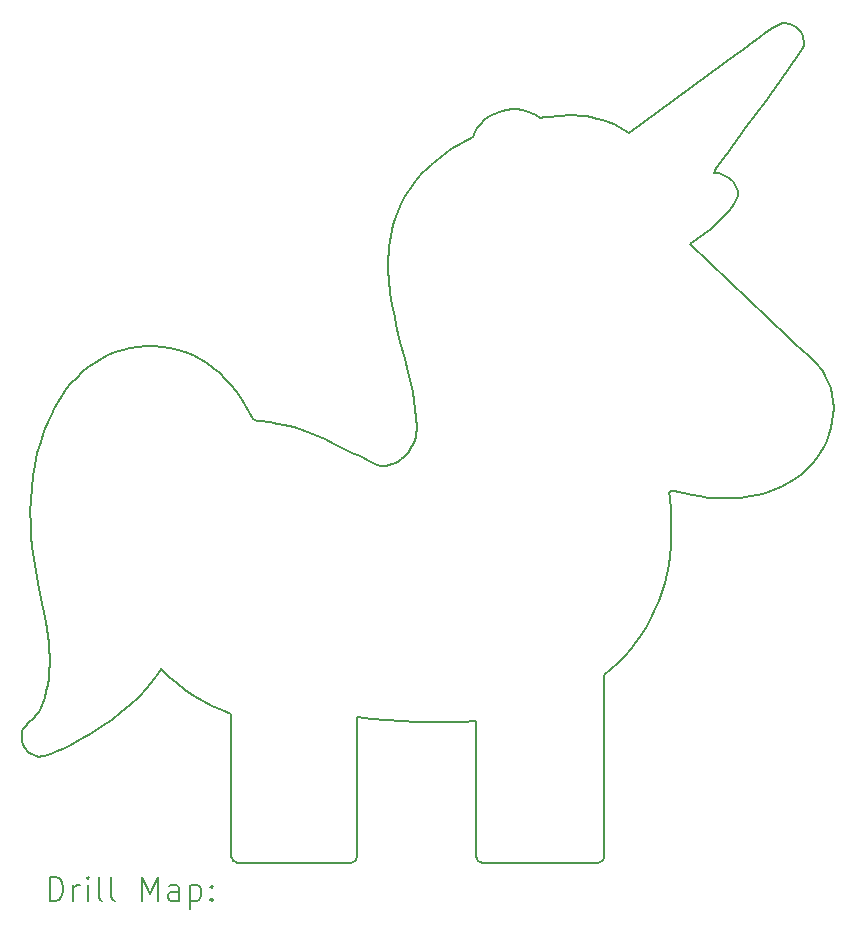
<source format=gbr>
%TF.GenerationSoftware,KiCad,Pcbnew,7.0.2.1-36-g582732918d-dirty-deb11*%
%TF.CreationDate,2024-01-19T22:58:33+00:00*%
%TF.ProjectId,unicorn_simple,756e6963-6f72-46e5-9f73-696d706c652e,rev?*%
%TF.SameCoordinates,Original*%
%TF.FileFunction,Drillmap*%
%TF.FilePolarity,Positive*%
%FSLAX45Y45*%
G04 Gerber Fmt 4.5, Leading zero omitted, Abs format (unit mm)*
G04 Created by KiCad (PCBNEW 7.0.2.1-36-g582732918d-dirty-deb11) date 2024-01-19 22:58:33*
%MOMM*%
%LPD*%
G01*
G04 APERTURE LIST*
%ADD10C,0.200000*%
G04 APERTURE END LIST*
D10*
X19724778Y-11620392D02*
G75*
G03*
X19774778Y-11670392I50002J2D01*
G01*
X20758914Y-11670394D02*
G75*
G03*
X20808914Y-11620392I-4J50004D01*
G01*
X22174352Y-8538625D02*
X22239758Y-8516422D01*
X22175106Y-5221161D02*
X22337419Y-4997113D01*
X16866930Y-10264464D02*
X16934502Y-10191719D01*
X22381705Y-4570536D02*
X22363209Y-4565844D01*
X15876403Y-10625861D02*
X15880997Y-10648042D01*
X18523764Y-8124750D02*
X18440683Y-8084927D01*
X17701564Y-11670392D02*
X18665411Y-11670392D01*
X21817877Y-6206892D02*
X21842311Y-6180084D01*
X16110698Y-10044806D02*
X16105613Y-10103661D01*
X19220505Y-7979062D02*
X19220395Y-8008047D01*
X16216610Y-7716059D02*
X16182389Y-7772267D01*
X17648184Y-7624370D02*
X17601328Y-7573598D01*
X19151194Y-8195647D02*
X19132764Y-8217773D01*
X22218517Y-4610798D02*
X22170174Y-4642532D01*
X21372458Y-8993483D02*
X21376549Y-8894816D01*
X21937030Y-4817602D02*
X21017416Y-5491987D01*
X20149580Y-5307195D02*
X20108575Y-5297096D01*
X15965973Y-9001784D02*
X15978633Y-9101677D01*
X22123667Y-4677628D02*
X22032383Y-4751100D01*
X17257683Y-10207283D02*
X17331281Y-10257180D01*
X22691641Y-8098937D02*
X22712302Y-8045289D01*
X21741391Y-5828586D02*
X21745186Y-5811611D01*
X22750408Y-7821278D02*
X22747706Y-7764983D01*
X19426830Y-5692797D02*
X19385245Y-5725577D01*
X18979716Y-6648636D02*
X18985206Y-6742600D01*
X16992427Y-7296934D02*
X16925992Y-7297022D01*
X22492906Y-4768872D02*
X22497150Y-4749815D01*
X18985633Y-6458400D02*
X18981772Y-6505978D01*
X16795530Y-7313548D02*
X16732005Y-7329506D01*
X19215649Y-7906055D02*
X19220505Y-7979062D01*
X19018030Y-6978784D02*
X19032456Y-7050316D01*
X21938550Y-6026894D02*
X21939644Y-6006266D01*
X16795147Y-10333108D02*
X16866930Y-10264464D01*
X20700195Y-5359733D02*
X20651359Y-5351987D01*
X18991244Y-6410975D02*
X18985633Y-6458400D01*
X18721197Y-8221930D02*
X18687849Y-8207700D01*
X20932880Y-5439184D02*
X20888441Y-5417503D01*
X20808914Y-11620392D02*
X20808488Y-10082530D01*
X17026934Y-10074753D02*
X17055131Y-10033617D01*
X17331281Y-10257180D02*
X17407647Y-10302702D01*
X19712834Y-5484897D02*
X19695936Y-5524884D01*
X16097355Y-10162155D02*
X16085654Y-10220200D01*
X16129063Y-7875823D02*
X16107414Y-7921444D01*
X15949516Y-8700205D02*
X15951165Y-8800819D01*
X16719623Y-10397770D02*
X16795147Y-10333108D01*
X18050149Y-7953753D02*
X18004397Y-7946808D01*
X22479573Y-8379605D02*
X22532533Y-8332552D01*
X22706789Y-7601926D02*
X22681469Y-7550892D01*
X18995170Y-6834650D02*
X19005484Y-6906914D01*
X17651564Y-10410655D02*
X17651564Y-11620392D01*
X22039142Y-8569830D02*
X22107370Y-8556377D01*
X21865258Y-6152128D02*
X21886542Y-6122925D01*
X18356574Y-8047695D02*
X18271163Y-8014150D01*
X19598866Y-10477417D02*
X19724778Y-10471325D01*
X20796084Y-5383044D02*
X20748495Y-5370049D01*
X17062230Y-7300653D02*
X16992427Y-7296934D01*
X16070238Y-10277731D02*
X16050837Y-10334672D01*
X17324478Y-7374350D02*
X17261806Y-7347783D01*
X16182389Y-7772267D02*
X16152283Y-7830739D01*
X22649958Y-7502209D02*
X22598027Y-7441998D01*
X17187005Y-10153241D02*
X17257683Y-10207283D01*
X21168113Y-9666631D02*
X21206427Y-9597703D01*
X16551103Y-7405423D02*
X16494841Y-7439286D01*
X21620564Y-8570103D02*
X21689875Y-8578788D01*
X17869374Y-7928083D02*
X17848964Y-7922559D01*
X21867686Y-5877291D02*
X21851509Y-5866298D01*
X21531172Y-6432992D02*
X21650030Y-6349036D01*
X19132764Y-8217773D02*
X19112519Y-8238095D01*
X21358447Y-8541578D02*
X21360777Y-8532905D01*
X19008208Y-6317044D02*
X18998736Y-6363823D01*
X19306222Y-5795642D02*
X19269089Y-5832994D01*
X15876172Y-10580777D02*
X15874731Y-10603319D01*
X20066608Y-5292070D02*
X20024214Y-5291956D01*
X21882714Y-5889519D02*
X21867686Y-5877291D01*
X20503277Y-5343090D02*
X20453949Y-5344545D01*
X15978344Y-10442800D02*
X15932238Y-10489219D01*
X16296436Y-7611344D02*
X16254706Y-7662334D01*
X22324567Y-4564222D02*
X22296589Y-4573222D01*
X20808488Y-10082530D02*
X20868819Y-10031463D01*
X22431973Y-4597709D02*
X22416256Y-4586670D01*
X15940954Y-10740923D02*
X15958984Y-10753381D01*
X21322255Y-9305016D02*
X21341253Y-9228475D01*
X22494131Y-4692806D02*
X22488422Y-4674531D01*
X22170174Y-4642532D02*
X22123667Y-4677628D01*
X18184166Y-7985417D02*
X18140000Y-7973200D01*
X22497598Y-4711580D02*
X22494131Y-4692806D01*
X20981005Y-9920294D02*
X21032619Y-9860531D01*
X21779300Y-5835498D02*
X21741391Y-5828586D01*
X21927525Y-5949970D02*
X21919005Y-5933203D01*
X21905967Y-6092387D02*
X21923369Y-6060406D01*
X18841827Y-10450216D02*
X18968177Y-10462138D01*
X18687849Y-8207700D02*
X18523764Y-8124750D01*
X21765245Y-6257456D02*
X21817877Y-6206892D01*
X21689875Y-8578788D02*
X21759777Y-8584202D01*
X21939644Y-6006266D02*
X21938036Y-5986534D01*
X20975919Y-5463976D02*
X20932880Y-5439184D01*
X16226768Y-10704939D02*
X16277212Y-10679105D01*
X20356397Y-5353436D02*
X20308491Y-5360656D01*
X21361061Y-8567577D02*
X21358458Y-8553041D01*
X21847003Y-5666809D02*
X22010213Y-5443549D01*
X17913922Y-7933978D02*
X17869374Y-7928083D01*
X17407647Y-10302702D02*
X17486594Y-10343608D01*
X20226536Y-5343274D02*
X20189075Y-5322534D01*
X19207839Y-7833539D02*
X19215649Y-7906055D01*
X17443052Y-7441791D02*
X17384952Y-7405806D01*
X19083173Y-7263575D02*
X19119497Y-7405259D01*
X16035929Y-8108639D02*
X16008813Y-8204659D01*
X16934502Y-10191719D02*
X16997392Y-10114806D01*
X16058345Y-9512008D02*
X16080189Y-9629411D01*
X16112881Y-9985678D02*
X16110698Y-10044806D01*
X21435239Y-8530072D02*
X21484939Y-8543623D01*
X21379447Y-8520808D02*
X21388777Y-8520469D01*
X21886542Y-6122925D02*
X21905967Y-6092387D01*
X18979574Y-6553622D02*
X18979716Y-6648636D01*
X19761025Y-5414905D02*
X19734709Y-5448183D01*
X22739689Y-7709387D02*
X22726116Y-7654897D01*
X22427336Y-7275814D02*
X22309123Y-7169217D01*
X15999522Y-10769295D02*
X16021645Y-10772030D01*
X20552725Y-5343774D02*
X20503277Y-5343090D01*
X21919005Y-5933203D02*
X21908559Y-5917519D01*
X19472877Y-10480403D02*
X19598866Y-10477417D01*
X16640841Y-10458528D02*
X16719623Y-10397770D01*
X16376433Y-10623695D02*
X16475357Y-10568734D01*
X15994464Y-9200891D02*
X16013215Y-9299175D01*
X22638506Y-8200536D02*
X22666977Y-8150825D01*
X21933934Y-5967755D02*
X21927525Y-5949970D01*
X20842788Y-5398826D02*
X20796084Y-5383044D01*
X15932238Y-10489219D02*
X15909875Y-10512680D01*
X19184805Y-7689744D02*
X19197427Y-7761461D01*
X21900127Y-8584573D02*
X21969952Y-8579181D01*
X19791245Y-5385229D02*
X19761025Y-5414905D01*
X18958497Y-8310698D02*
X18922217Y-8308019D01*
X16925992Y-7297022D02*
X16860280Y-7302644D01*
X18095331Y-7962591D02*
X18050149Y-7953753D01*
X21816531Y-5848175D02*
X21779300Y-5835498D01*
X16609546Y-7375684D02*
X16551103Y-7405423D01*
X19513400Y-5631517D02*
X19469595Y-5661461D01*
X15952037Y-8599788D02*
X15949516Y-8700205D01*
X18887206Y-8299903D02*
X18853169Y-8287598D01*
X22446433Y-4610459D02*
X22431973Y-4597709D01*
X19212323Y-8065414D02*
X19204580Y-8093381D01*
X19182147Y-8146855D02*
X19167688Y-8171945D01*
X17601328Y-7573598D02*
X17551409Y-7526031D01*
X19233728Y-5871975D02*
X19200314Y-5912597D01*
X17567958Y-10379669D02*
X17651564Y-10410655D01*
X22747706Y-7764983D02*
X22739689Y-7709387D01*
X21366475Y-9072528D02*
X21372458Y-8993483D01*
X21366475Y-8585459D02*
X21361061Y-8567577D01*
X18985206Y-6742600D02*
X18995170Y-6834650D01*
X22324567Y-4564222D02*
X22324567Y-4564222D01*
X21376549Y-8894816D02*
X21376570Y-8791522D01*
X19385245Y-5725577D02*
X19344984Y-5759844D01*
X22399445Y-4577545D02*
X22381705Y-4570536D01*
X16105613Y-10103661D02*
X16097355Y-10162155D01*
X21818161Y-5708087D02*
X21833977Y-5686967D01*
X18819820Y-8272395D02*
X18754119Y-8238292D01*
X18140000Y-7973200D02*
X18095331Y-7962591D01*
X21032619Y-9860531D02*
X21081094Y-9798220D01*
X22726116Y-7654897D02*
X22706789Y-7601926D01*
X21745186Y-5811611D02*
X21754406Y-5792766D01*
X16112431Y-9926342D02*
X16112881Y-9985678D01*
X16341557Y-7563306D02*
X16296436Y-7611344D01*
X21388777Y-8520469D02*
X21410652Y-8523652D01*
X19048359Y-7121584D02*
X19083173Y-7263575D01*
X20108575Y-5297096D02*
X20066608Y-5292070D01*
X15951165Y-8800819D02*
X15956734Y-8901422D01*
X20602141Y-5346703D02*
X20552725Y-5343774D01*
X18987525Y-8305514D02*
X18958497Y-8310698D01*
X21341253Y-9228475D02*
X21356030Y-9150917D01*
X17498592Y-7481975D02*
X17443052Y-7441791D01*
X15909875Y-10512680D02*
X15889175Y-10537125D01*
X16000285Y-10418606D02*
X15978344Y-10442800D01*
X19049563Y-6180030D02*
X19033517Y-6225037D01*
X21783653Y-5751334D02*
X21818161Y-5708087D01*
X22194881Y-7058639D02*
X21862545Y-6746341D01*
X19197427Y-7761461D02*
X19207839Y-7833539D01*
X21650030Y-6349036D02*
X21708808Y-6304586D01*
X19469595Y-5661461D02*
X19426830Y-5692797D01*
X21923369Y-6060406D02*
X21938550Y-6026894D01*
X19940324Y-5305805D02*
X19899899Y-5319441D01*
X18440683Y-8084927D02*
X18356574Y-8047695D01*
X16109622Y-9866886D02*
X16112431Y-9926342D01*
X20926372Y-9977322D02*
X20981005Y-9920294D01*
X16085654Y-10220200D02*
X16070238Y-10277731D01*
X17732009Y-7734128D02*
X17691803Y-7677986D01*
X20453949Y-5344545D02*
X20404938Y-5348029D01*
X22666506Y-7526228D02*
X22649958Y-7502209D01*
X22459470Y-4624718D02*
X22446433Y-4610459D01*
X19005484Y-6906914D02*
X19018030Y-6978784D01*
X15910351Y-10708811D02*
X15924679Y-10725950D01*
X16441000Y-7477053D02*
X16389825Y-7518462D01*
X16475357Y-10568734D02*
X16559260Y-10515491D01*
X21851509Y-5866298D02*
X21816531Y-5848175D01*
X21896397Y-5902939D02*
X21882714Y-5889519D01*
X21985691Y-4786073D02*
X21937030Y-4817602D01*
X22416256Y-4586670D02*
X22399445Y-4577545D01*
X22571066Y-8291809D02*
X22606470Y-8247676D01*
X22269672Y-4584127D02*
X22243684Y-4596723D01*
X19112519Y-8238095D02*
X19090545Y-8256416D01*
X19774778Y-11670392D02*
X20758914Y-11670392D01*
X19724778Y-10471325D02*
X19724778Y-11620392D01*
X18271163Y-8014150D02*
X18184166Y-7985417D01*
X17130502Y-7310595D02*
X17062230Y-7300653D01*
X16037433Y-10365155D02*
X16020282Y-10392936D01*
X21767684Y-5772520D02*
X21783653Y-5751334D01*
X22416289Y-4883676D02*
X22492906Y-4768872D01*
X19603503Y-5575660D02*
X19513400Y-5631517D01*
X17551409Y-7526031D02*
X17498592Y-7481975D01*
X21754406Y-5792766D02*
X21767684Y-5772520D01*
X19090545Y-8256416D02*
X19066964Y-8272526D01*
X22747991Y-7877869D02*
X22750408Y-7821278D01*
X22337419Y-4997113D02*
X22416289Y-4883676D01*
X16494841Y-7439286D02*
X16441000Y-7477053D01*
X18853169Y-8287598D02*
X18819820Y-8272395D01*
X19139884Y-5998992D02*
X19113175Y-6044842D01*
X16008813Y-8204659D02*
X15987116Y-8302014D01*
X21938036Y-5986534D02*
X21933934Y-5967755D01*
X21862545Y-6746341D02*
X21531172Y-6432992D01*
X16389825Y-7518462D02*
X16341557Y-7563306D01*
X16098003Y-9747919D02*
X16104722Y-9807386D01*
X19041863Y-8286220D02*
X19015350Y-8297289D01*
X19019769Y-6270745D02*
X19008208Y-6317044D01*
X22712302Y-8045289D02*
X22728719Y-7990284D01*
X22344102Y-4563672D02*
X22324567Y-4564222D01*
X21484939Y-8543623D02*
X21552150Y-8558323D01*
X19220669Y-10477231D02*
X19346811Y-10480327D01*
X16997392Y-10114806D02*
X17026934Y-10074753D01*
X20404938Y-5348029D02*
X20356397Y-5353436D01*
X15987116Y-8302014D02*
X15970587Y-8400473D01*
X19269089Y-5832994D02*
X19233728Y-5871975D01*
X19899899Y-5319441D02*
X19861224Y-5337333D01*
X21708808Y-6304586D02*
X21765245Y-6257456D01*
X19094450Y-10471150D02*
X19220669Y-10477231D01*
X20261394Y-5369581D02*
X20226536Y-5343274D01*
X18968177Y-10462138D02*
X19094450Y-10471150D01*
X19695936Y-5524884D02*
X19603503Y-5575660D01*
X17651558Y-11620392D02*
G75*
G03*
X17701564Y-11670392I50002J2D01*
G01*
X16559260Y-10515491D02*
X16640841Y-10458528D01*
X20748495Y-5370049D02*
X20700195Y-5359733D01*
X15880997Y-10648042D02*
X15888315Y-10669502D01*
X17960231Y-7938145D02*
X17913922Y-7933978D01*
X22470922Y-4640285D02*
X22459470Y-4624718D01*
X18922217Y-8308019D02*
X18887206Y-8299903D01*
X21908559Y-5917519D02*
X21896397Y-5902939D01*
X19217639Y-8036900D02*
X19212323Y-8065414D01*
X18665411Y-11670391D02*
G75*
G03*
X18715411Y-11620392I-1J50001D01*
G01*
X18715411Y-10435439D02*
X18841827Y-10450216D01*
X19167688Y-8171945D02*
X19151194Y-8195647D01*
X16020282Y-10392936D02*
X16000285Y-10418606D01*
X16277212Y-10679105D02*
X16376433Y-10623695D01*
X16175380Y-10728455D02*
X16226768Y-10704939D01*
X21356030Y-9150917D02*
X21366475Y-9072528D01*
X17982817Y-7941525D02*
X17960231Y-7938145D01*
X19344984Y-5759844D02*
X19306222Y-5795642D01*
X16152283Y-7830739D02*
X16129063Y-7875823D01*
X19113175Y-6044842D02*
X19088992Y-6092508D01*
X22010213Y-5443549D02*
X22175106Y-5221161D01*
X15874731Y-10603319D02*
X15876403Y-10625861D01*
X17119433Y-10095272D02*
X17187005Y-10153241D01*
X15958984Y-10753381D02*
X15978572Y-10762952D01*
X22532533Y-8332552D02*
X22571066Y-8291809D01*
X16669923Y-7350298D02*
X16609546Y-7375684D01*
X22363209Y-4565844D02*
X22344102Y-4563672D01*
X21126299Y-9733536D02*
X21168113Y-9666631D01*
X20024214Y-5291956D02*
X19981941Y-5296589D01*
X19200314Y-5912597D02*
X19168978Y-5954925D01*
X22107370Y-8556377D02*
X22174352Y-8538625D01*
X17830458Y-7914269D02*
X17801506Y-7852603D01*
X16034638Y-9396333D02*
X16058345Y-9512008D01*
X21365206Y-8526747D02*
X21371517Y-8522809D01*
X15889175Y-10537125D02*
X15880922Y-10558595D01*
X20651359Y-5351987D02*
X20602141Y-5346703D01*
X15958977Y-8499808D02*
X15952037Y-8599788D01*
X21373027Y-8687200D02*
X21366475Y-8585459D01*
X21358458Y-8553041D02*
X21358447Y-8541578D01*
X18715411Y-11620392D02*
X18715411Y-10435439D01*
X22606470Y-8247676D02*
X22638506Y-8200536D01*
X17055131Y-10033617D02*
X17119433Y-10095272D01*
X15978572Y-10762952D02*
X15999522Y-10769295D01*
X17197089Y-7326411D02*
X17130502Y-7310595D01*
X15888315Y-10669502D02*
X15898165Y-10689878D01*
X22480623Y-4656957D02*
X22470922Y-4640285D01*
X22740695Y-7934339D02*
X22747991Y-7877869D01*
X21299155Y-9380386D02*
X21322255Y-9305016D01*
X20308491Y-5360656D02*
X20261394Y-5369581D01*
X22239758Y-8516422D02*
X22303294Y-8489592D01*
X22498659Y-4730650D02*
X22497598Y-4711580D01*
X19032456Y-7050316D02*
X19048359Y-7121584D01*
X22309123Y-7169217D02*
X22251111Y-7114814D01*
X21241120Y-9526894D02*
X21272063Y-9454400D01*
X18004397Y-7946808D02*
X17982817Y-7941525D01*
X19824824Y-5359317D02*
X19791245Y-5385229D01*
X17691803Y-7677986D02*
X17648184Y-7624370D01*
X18981772Y-6505978D02*
X18979574Y-6553622D01*
X22243684Y-4596723D02*
X22218517Y-4610798D01*
X15956734Y-8901422D02*
X15965973Y-9001784D01*
X16021645Y-10772030D02*
X16044741Y-10770805D01*
X19346811Y-10480327D02*
X19472877Y-10480403D01*
X17801506Y-7852603D02*
X17768639Y-7792447D01*
X19194484Y-8120605D02*
X19182147Y-8146855D01*
X19981941Y-5296589D02*
X19940324Y-5305805D01*
X16122761Y-10748842D02*
X16175380Y-10728455D01*
X21842311Y-6180084D02*
X21865258Y-6152128D01*
X19220395Y-8008047D02*
X19217639Y-8036900D01*
X16050837Y-10334672D02*
X16037433Y-10365155D01*
X22598027Y-7441998D02*
X22543077Y-7384719D01*
X17768639Y-7792447D02*
X17732009Y-7734128D01*
X22666977Y-8150825D02*
X22691641Y-8098937D01*
X16107414Y-7921444D02*
X16068713Y-8014150D01*
X18754119Y-8238292D02*
X18721197Y-8221930D01*
X21206427Y-9597703D02*
X21241120Y-9526894D01*
X17486594Y-10343608D02*
X17567958Y-10379669D01*
X22485917Y-7329583D02*
X22427336Y-7275814D01*
X18998736Y-6363823D02*
X18991244Y-6410975D01*
X22032383Y-4751100D02*
X21985691Y-4786073D01*
X22543077Y-7384719D02*
X22485917Y-7329583D01*
X19066964Y-8272526D02*
X19041863Y-8286220D01*
X16013215Y-9299175D02*
X16034638Y-9396333D01*
X21376570Y-8791522D02*
X21373027Y-8687200D01*
X15978633Y-9101677D02*
X15994464Y-9200891D01*
X16080189Y-9629411D02*
X16098003Y-9747919D01*
X20888441Y-5417503D02*
X20842788Y-5398826D01*
X21272063Y-9454400D02*
X21299155Y-9380386D01*
X15924679Y-10725950D02*
X15940954Y-10740923D01*
X19154366Y-7547152D02*
X19184805Y-7689744D01*
X22423508Y-8421353D02*
X22479573Y-8379605D01*
X16068713Y-8014150D02*
X16035929Y-8108639D01*
X21552150Y-8558323D02*
X21620564Y-8570103D01*
X21360777Y-8532905D02*
X21365206Y-8526747D01*
X19015350Y-8297289D02*
X18987525Y-8305514D01*
X16104722Y-9807386D02*
X16109622Y-9866886D01*
X21017416Y-5491987D02*
X20975919Y-5463976D01*
X20868819Y-10031463D02*
X20926372Y-9977322D01*
X16732005Y-7329506D02*
X16669923Y-7350298D01*
X22681469Y-7550892D02*
X22666506Y-7526228D01*
X16254706Y-7662334D02*
X16216610Y-7716059D01*
X21371517Y-8522809D02*
X21379447Y-8520808D01*
X19119497Y-7405259D02*
X19154366Y-7547152D01*
X22728719Y-7990284D02*
X22740695Y-7934339D01*
X15970587Y-8400473D02*
X15958977Y-8499808D01*
X19204580Y-8093381D02*
X19194484Y-8120605D01*
X22364653Y-8457961D02*
X22423508Y-8421353D01*
X21410652Y-8523652D02*
X21435239Y-8530072D01*
X21833977Y-5686967D02*
X21847003Y-5666809D01*
X16860280Y-7302644D02*
X16795530Y-7313548D01*
X22296589Y-4573222D02*
X22269672Y-4584127D01*
X20189075Y-5322534D02*
X20149580Y-5307195D01*
X21969952Y-8579181D02*
X22039142Y-8569830D01*
X19068025Y-6135809D02*
X19049563Y-6180030D01*
X19088992Y-6092508D02*
X19068025Y-6135809D01*
X22488422Y-4674531D02*
X22480623Y-4656957D01*
X22497150Y-4749815D02*
X22498659Y-4730650D01*
X19734709Y-5448183D02*
X19712834Y-5484897D01*
X21829963Y-8586192D02*
X21900127Y-8584573D01*
X19033517Y-6225037D02*
X19019769Y-6270745D01*
X22251111Y-7114814D02*
X22194881Y-7058639D01*
X16044741Y-10770805D02*
X16068619Y-10765270D01*
X22303294Y-8489592D02*
X22364653Y-8457961D01*
X19168978Y-5954925D02*
X19139884Y-5998992D01*
X15880922Y-10558595D02*
X15876172Y-10580777D01*
X15898165Y-10689878D02*
X15910351Y-10708811D01*
X16068619Y-10765270D02*
X16122761Y-10748842D01*
X21081094Y-9798220D02*
X21126299Y-9733536D01*
X19861224Y-5337333D02*
X19824824Y-5359317D01*
X17848964Y-7922559D02*
X17830458Y-7914269D01*
X17261806Y-7347783D02*
X17197089Y-7326411D01*
X17384952Y-7405806D02*
X17324478Y-7374350D01*
X21759777Y-8584202D02*
X21829963Y-8586192D01*
X16112350Y-11992916D02*
X16112350Y-11792916D01*
X16112350Y-11792916D02*
X16159969Y-11792916D01*
X16159969Y-11792916D02*
X16188541Y-11802440D01*
X16188541Y-11802440D02*
X16207588Y-11821487D01*
X16207588Y-11821487D02*
X16217112Y-11840535D01*
X16217112Y-11840535D02*
X16226636Y-11878630D01*
X16226636Y-11878630D02*
X16226636Y-11907202D01*
X16226636Y-11907202D02*
X16217112Y-11945297D01*
X16217112Y-11945297D02*
X16207588Y-11964344D01*
X16207588Y-11964344D02*
X16188541Y-11983392D01*
X16188541Y-11983392D02*
X16159969Y-11992916D01*
X16159969Y-11992916D02*
X16112350Y-11992916D01*
X16312350Y-11992916D02*
X16312350Y-11859583D01*
X16312350Y-11897678D02*
X16321874Y-11878630D01*
X16321874Y-11878630D02*
X16331398Y-11869106D01*
X16331398Y-11869106D02*
X16350445Y-11859583D01*
X16350445Y-11859583D02*
X16369493Y-11859583D01*
X16436160Y-11992916D02*
X16436160Y-11859583D01*
X16436160Y-11792916D02*
X16426636Y-11802440D01*
X16426636Y-11802440D02*
X16436160Y-11811964D01*
X16436160Y-11811964D02*
X16445683Y-11802440D01*
X16445683Y-11802440D02*
X16436160Y-11792916D01*
X16436160Y-11792916D02*
X16436160Y-11811964D01*
X16559969Y-11992916D02*
X16540921Y-11983392D01*
X16540921Y-11983392D02*
X16531398Y-11964344D01*
X16531398Y-11964344D02*
X16531398Y-11792916D01*
X16664731Y-11992916D02*
X16645683Y-11983392D01*
X16645683Y-11983392D02*
X16636160Y-11964344D01*
X16636160Y-11964344D02*
X16636160Y-11792916D01*
X16893303Y-11992916D02*
X16893303Y-11792916D01*
X16893303Y-11792916D02*
X16959969Y-11935773D01*
X16959969Y-11935773D02*
X17026636Y-11792916D01*
X17026636Y-11792916D02*
X17026636Y-11992916D01*
X17207588Y-11992916D02*
X17207588Y-11888154D01*
X17207588Y-11888154D02*
X17198064Y-11869106D01*
X17198064Y-11869106D02*
X17179017Y-11859583D01*
X17179017Y-11859583D02*
X17140922Y-11859583D01*
X17140922Y-11859583D02*
X17121874Y-11869106D01*
X17207588Y-11983392D02*
X17188541Y-11992916D01*
X17188541Y-11992916D02*
X17140922Y-11992916D01*
X17140922Y-11992916D02*
X17121874Y-11983392D01*
X17121874Y-11983392D02*
X17112350Y-11964344D01*
X17112350Y-11964344D02*
X17112350Y-11945297D01*
X17112350Y-11945297D02*
X17121874Y-11926249D01*
X17121874Y-11926249D02*
X17140922Y-11916725D01*
X17140922Y-11916725D02*
X17188541Y-11916725D01*
X17188541Y-11916725D02*
X17207588Y-11907202D01*
X17302826Y-11859583D02*
X17302826Y-12059583D01*
X17302826Y-11869106D02*
X17321874Y-11859583D01*
X17321874Y-11859583D02*
X17359969Y-11859583D01*
X17359969Y-11859583D02*
X17379017Y-11869106D01*
X17379017Y-11869106D02*
X17388541Y-11878630D01*
X17388541Y-11878630D02*
X17398064Y-11897678D01*
X17398064Y-11897678D02*
X17398064Y-11954821D01*
X17398064Y-11954821D02*
X17388541Y-11973868D01*
X17388541Y-11973868D02*
X17379017Y-11983392D01*
X17379017Y-11983392D02*
X17359969Y-11992916D01*
X17359969Y-11992916D02*
X17321874Y-11992916D01*
X17321874Y-11992916D02*
X17302826Y-11983392D01*
X17483779Y-11973868D02*
X17493303Y-11983392D01*
X17493303Y-11983392D02*
X17483779Y-11992916D01*
X17483779Y-11992916D02*
X17474255Y-11983392D01*
X17474255Y-11983392D02*
X17483779Y-11973868D01*
X17483779Y-11973868D02*
X17483779Y-11992916D01*
X17483779Y-11869106D02*
X17493303Y-11878630D01*
X17493303Y-11878630D02*
X17483779Y-11888154D01*
X17483779Y-11888154D02*
X17474255Y-11878630D01*
X17474255Y-11878630D02*
X17483779Y-11869106D01*
X17483779Y-11869106D02*
X17483779Y-11888154D01*
M02*

</source>
